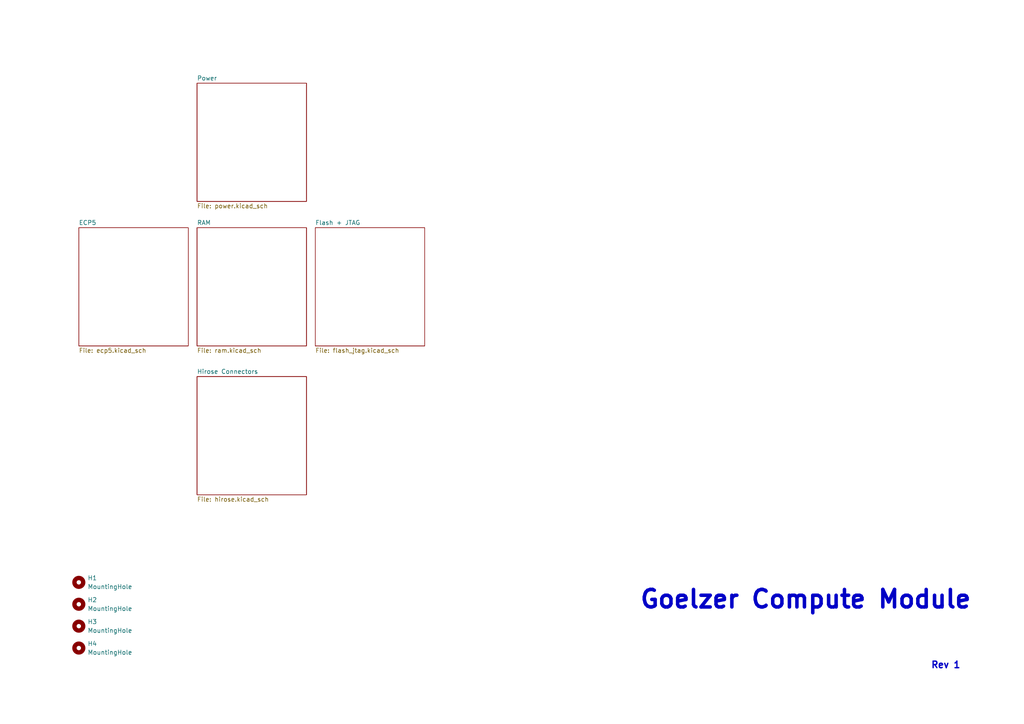
<source format=kicad_sch>
(kicad_sch (version 20231120) (generator "eeschema") (generator_version "8.0")
  (paper "A4")
  (lib_symbols
    (symbol "Mechanical:MountingHole" (pin_names (offset 1.016)) (exclude_from_sim yes) (in_bom no)
      (property "Reference" "H" (at 0 5.08 0))
      (property "Value" "MountingHole" (at 0 3.175 0))
      (symbol "MountingHole_0_1"
        (circle (center 0 0) (radius 1.27) (stroke (width 1.27)))
      )
    )
  )
  (text "Goelzer Compute Module" (at 233.68 173.99 0) (effects (font (size 5.08 5.08) (bold yes))))
  (text "Rev 1" (at 274.32 193.04 0) (effects (font (size 1.905 1.905) (thickness 0.381) (bold yes))))
  (symbol (lib_id "Mechanical:MountingHole") (at 22.86 175.26 0) (unit 1) (exclude_from_sim yes) (in_bom no)
    (property "Reference" "H2" (at 25.4 173.9899 0) (effects (justify left)))
    (property "Value" "MountingHole" (at 25.4 176.5299 0) (effects (justify left)))
    (property "Footprint" "MountingHole:MountingHole_2.7mm_M2.5" (effects (hide yes)))
    (property "Description" "Mounting Hole without connection" (effects (hide yes)))
  )
  (symbol (lib_id "Mechanical:MountingHole") (at 22.86 187.96 0) (unit 1) (exclude_from_sim yes) (in_bom no)
    (property "Reference" "H4" (at 25.4 186.6899 0) (effects (justify left)))
    (property "Value" "MountingHole" (at 25.4 189.2299 0) (effects (justify left)))
    (property "Footprint" "MountingHole:MountingHole_2.7mm_M2.5" (effects (hide yes)))
    (property "Description" "Mounting Hole without connection" (effects (hide yes)))
  )
  (symbol (lib_id "Mechanical:MountingHole") (at 22.86 168.91 0) (unit 1) (exclude_from_sim yes) (in_bom no)
    (property "Reference" "H1" (at 25.4 167.6399 0) (effects (justify left)))
    (property "Value" "MountingHole" (at 25.4 170.1799 0) (effects (justify left)))
    (property "Footprint" "MountingHole:MountingHole_2.7mm_M2.5" (effects (hide yes)))
    (property "Description" "Mounting Hole without connection" (effects (hide yes)))
  )
  (symbol (lib_id "Mechanical:MountingHole") (at 22.86 181.61 0) (unit 1) (exclude_from_sim yes) (in_bom no)
    (property "Reference" "H3" (at 25.4 180.3399 0) (effects (justify left)))
    (property "Value" "MountingHole" (at 25.4 182.8799 0) (effects (justify left)))
    (property "Footprint" "MountingHole:MountingHole_2.7mm_M2.5" (effects (hide yes)))
    (property "Description" "Mounting Hole without connection" (effects (hide yes)))
  )
  (sheet (at 22.86 66.04) (size 31.75 34.29) (stroke (width 0.1524))
    (property "Sheetname" "ECP5" (at 22.86 65.3284 0) (effects (justify left bottom)))
    (property "Sheetfile" "ecp5.kicad_sch" (at 22.86 100.9146 0) (effects (justify left top)))
  )
  (sheet (at 57.15 109.22) (size 31.75 34.29) (stroke (width 0.1524))
    (property "Sheetname" "Hirose Connectors" (at 57.15 108.5084 0) (effects (justify left bottom)))
    (property "Sheetfile" "hirose.kicad_sch" (at 57.15 144.0946 0) (effects (justify left top)))
  )
  (sheet (at 57.15 24.13) (size 31.75 34.29) (stroke (width 0.1524))
    (property "Sheetname" "Power" (at 57.15 23.4184 0) (effects (justify left bottom)))
    (property "Sheetfile" "power.kicad_sch" (at 57.15 59.0046 0) (effects (justify left top)))
  )
  (sheet (at 91.44 66.04) (size 31.75 34.29) (stroke (width 0.1524))
    (property "Sheetname" "Flash + JTAG" (at 91.44 65.3284 0) (effects (justify left bottom)))
    (property "Sheetfile" "flash_jtag.kicad_sch" (at 91.44 100.9146 0) (effects (justify left top)))
  )
  (sheet (at 57.15 66.04) (size 31.75 34.29) (stroke (width 0.1524))
    (property "Sheetname" "RAM" (at 57.15 65.3284 0) (effects (justify left bottom)))
    (property "Sheetfile" "ram.kicad_sch" (at 57.15 100.9146 0) (effects (justify left top)))
  )
)
</source>
